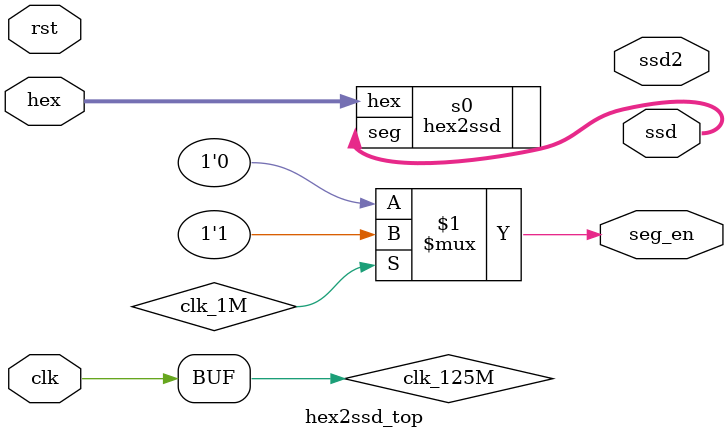
<source format=v>
`timescale 1ns / 1ps


module hex2ssd_top(
    input           clk,
    input           rst,
    input   [3:0]   hex,
    output          seg_en,
    output  [6:0]   ssd,
    output  [6:0]   ssd2
    );

    wire    clk_125M = clk;
    wire    clk_100, clk_10, clk_1, clk_0_1;

    clk_gen_100     u0  (.clk_ref(clk_125M), .rst(rst), .clk_out(clk_100));
    freq_div_10     u1  (.clk_ref(clk_100), .rst(rst), .clk_out(clk_10));
    freq_div_10     u2  (.clk_ref(clk_10), .rst(rst), .clk_out(clk_1));
    freq_div_10     u3  (.clk_ref(clk_1), .rst(rst), .clk_out(clk_0_1));
    
    hex2ssd         s0  (.hex(hex), .seg(ssd));

    assign seg_en  =   (clk_1M) ? 1'b1 : 1'b0;
endmodule

</source>
